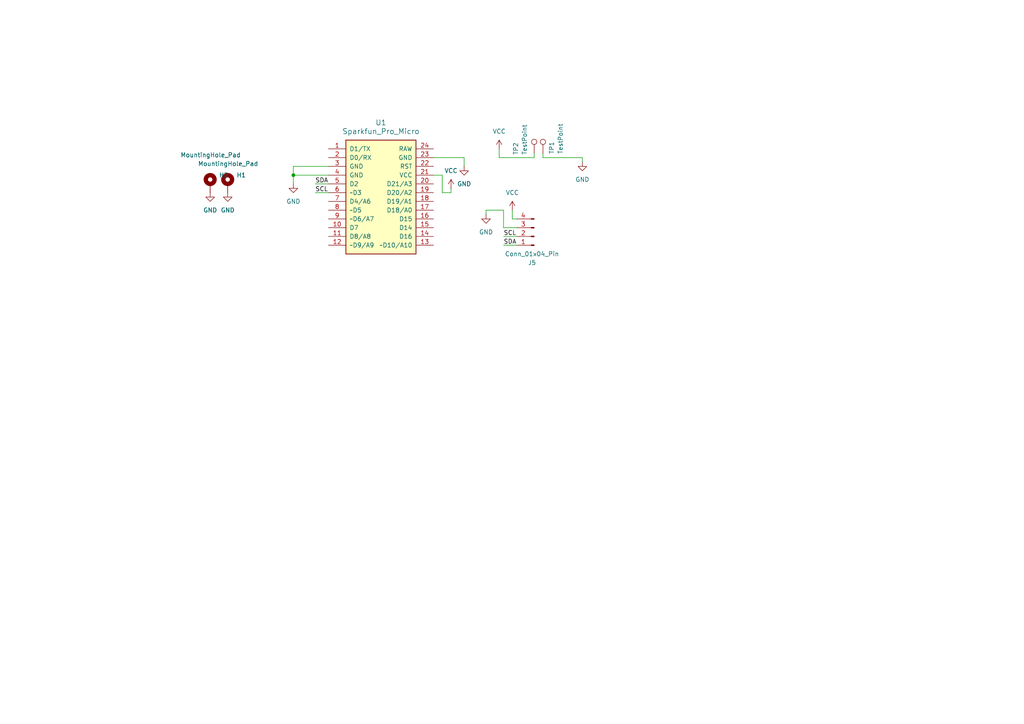
<source format=kicad_sch>
(kicad_sch (version 20231120) (generator "eeschema") (generator_version "8.0")
  (paper "A4")
  (lib_symbols
    (symbol "Arduino:Sparkfun_Pro_Micro" (pin_names (offset 1.016))
      (property "Reference" "U" (at -8.89 21.59 0))
      (property "Value" "Sparkfun_Pro_Micro" (at 0 19.05 0))
      (symbol "Sparkfun_Pro_Micro_0_1"
        (rectangle (start -10.16 17.78) (end 10.16 -15.24) (stroke (width 0.254)) (fill (type background)))
      )
      (symbol "Sparkfun_Pro_Micro_1_1"
        (pin bidirectional line (at -15.24 15.24 0) (length 5.08) (name "D1/TX") (number "1"))
        (pin bidirectional line (at -15.24 -7.62 0) (length 5.08) (name "D7") (number "10"))
        (pin bidirectional line (at -15.24 -10.16 0) (length 5.08) (name "D8/A8") (number "11"))
        (pin bidirectional line (at -15.24 -12.7 0) (length 5.08) (name "~D9/A9") (number "12"))
        (pin bidirectional line (at 15.24 -12.7 180) (length 5.08) (name "~D10/A10") (number "13"))
        (pin bidirectional line (at 15.24 -10.16 180) (length 5.08) (name "D16") (number "14"))
        (pin bidirectional line (at 15.24 -7.62 180) (length 5.08) (name "D14") (number "15"))
        (pin bidirectional line (at 15.24 -5.08 180) (length 5.08) (name "D15") (number "16"))
        (pin bidirectional line (at 15.24 -2.54 180) (length 5.08) (name "D18/A0") (number "17"))
        (pin bidirectional line (at 15.24 0 180) (length 5.08) (name "D19/A1") (number "18"))
        (pin bidirectional line (at 15.24 2.54 180) (length 5.08) (name "D20/A2") (number "19"))
        (pin bidirectional line (at -15.24 12.7 0) (length 5.08) (name "D0/RX") (number "2"))
        (pin bidirectional line (at 15.24 5.08 180) (length 5.08) (name "D21/A3") (number "20"))
        (pin power_in line (at 15.24 7.62 180) (length 5.08) (name "VCC") (number "21"))
        (pin input line (at 15.24 10.16 180) (length 5.08) (name "RST") (number "22"))
        (pin power_in line (at 15.24 12.7 180) (length 5.08) (name "GND") (number "23"))
        (pin power_in line (at 15.24 15.24 180) (length 5.08) (name "RAW") (number "24"))
        (pin power_in line (at -15.24 10.16 0) (length 5.08) (name "GND") (number "3"))
        (pin power_in line (at -15.24 7.62 0) (length 5.08) (name "GND") (number "4"))
        (pin bidirectional line (at -15.24 5.08 0) (length 5.08) (name "D2") (number "5"))
        (pin bidirectional line (at -15.24 2.54 0) (length 5.08) (name "~D3") (number "6"))
        (pin bidirectional line (at -15.24 0 0) (length 5.08) (name "D4/A6") (number "7"))
        (pin bidirectional line (at -15.24 -2.54 0) (length 5.08) (name "~D5") (number "8"))
        (pin bidirectional line (at -15.24 -5.08 0) (length 5.08) (name "~D6/A7") (number "9"))
      )
    )
    (symbol "Connector:Conn_01x04_Pin" (pin_names (offset 1.016) hide)
      (property "Reference" "J" (at 0 5.08 0))
      (property "Value" "Conn_01x04_Pin" (at 0 -7.62 0))
      (symbol "Conn_01x04_Pin_1_1"
        (polyline (pts (xy 1.27 -5.08) (xy 0.8636 -5.08)) (stroke (width 0.1524)))
        (polyline (pts (xy 1.27 -2.54) (xy 0.8636 -2.54)) (stroke (width 0.1524)))
        (polyline (pts (xy 1.27 0) (xy 0.8636 0)) (stroke (width 0.1524)))
        (polyline (pts (xy 1.27 2.54) (xy 0.8636 2.54)) (stroke (width 0.1524)))
        (rectangle (start 0.8636 -4.953) (end 0 -5.207) (stroke (width 0.1524)) (fill (type outline)))
        (rectangle (start 0.8636 -2.413) (end 0 -2.667) (stroke (width 0.1524)) (fill (type outline)))
        (rectangle (start 0.8636 0.127) (end 0 -0.127) (stroke (width 0.1524)) (fill (type outline)))
        (rectangle (start 0.8636 2.667) (end 0 2.413) (stroke (width 0.1524)) (fill (type outline)))
        (pin passive line (at 5.08 2.54 180) (length 3.81) (name "Pin_1") (number "1"))
        (pin passive line (at 5.08 0 180) (length 3.81) (name "Pin_2") (number "2"))
        (pin passive line (at 5.08 -2.54 180) (length 3.81) (name "Pin_3") (number "3"))
        (pin passive line (at 5.08 -5.08 180) (length 3.81) (name "Pin_4") (number "4"))
      )
    )
    (symbol "Connector:TestPoint" (pin_numbers hide) (pin_names (offset 0.762) hide)
      (property "Reference" "TP" (at 0 6.858 0))
      (property "Value" "TestPoint" (at 0 5.08 0))
      (symbol "TestPoint_0_1"
        (circle (center 0 3.302) (radius 0.762))
      )
      (symbol "TestPoint_1_1"
        (pin passive line (at 0 0 90) (length 2.54) (name "1") (number "1"))
      )
    )
    (symbol "GND_1" (power) (pin_numbers hide) (pin_names (offset 0) hide)
      (property "Value" "GND" (at 0 -3.81 0))
      (symbol "GND_1_0_1"
        (polyline (pts (xy 0 0) (xy 0 -1.27) (xy 1.27 -1.27) (xy 0 -2.54) (xy -1.27 -1.27) (xy 0 -1.27)))
      )
      (symbol "GND_1_1_1"
        (pin power_in line (at 0 0 270) (length 0) (name "~") (number "1"))
      )
    )
    (symbol "Mechanical:MountingHole_Pad" (pin_numbers hide) (pin_names (offset 1.016) hide) (exclude_from_sim yes) (in_bom no)
      (property "Reference" "H" (at 0 6.35 0))
      (property "Value" "MountingHole_Pad" (at 0 4.445 0))
      (symbol "MountingHole_Pad_0_1"
        (circle (center 0 1.27) (radius 1.27) (stroke (width 1.27)))
      )
      (symbol "MountingHole_Pad_1_1"
        (pin input line (at 0 -2.54 90) (length 2.54) (name "1") (number "1"))
      )
    )
    (symbol "power:VCC" (power) (pin_numbers hide) (pin_names (offset 0) hide)
      (property "Value" "VCC" (at 0 3.556 0))
      (symbol "VCC_0_1"
        (polyline (pts (xy -0.762 1.27) (xy 0 2.54)))
        (polyline (pts (xy 0 0) (xy 0 2.54)))
        (polyline (pts (xy 0 2.54) (xy 0.762 1.27)))
      )
      (symbol "VCC_1_1"
        (pin power_in line (at 0 0 90) (length 0) (name "~") (number "1"))
      )
    )
  )
  (junction (at 85.09 50.8))
  (wire (pts (xy 128.27 55.88) (xy 130.81 55.88)))
  (wire (pts (xy 148.59 63.5) (xy 148.59 60.96)))
  (wire (pts (xy 85.09 50.8) (xy 95.25 50.8)))
  (wire (pts (xy 157.48 45.72) (xy 168.91 45.72)))
  (wire (pts (xy 91.44 53.34) (xy 95.25 53.34)))
  (wire (pts (xy 85.09 53.34) (xy 85.09 50.8)))
  (wire (pts (xy 134.62 45.72) (xy 134.62 48.26)))
  (wire (pts (xy 95.25 48.26) (xy 85.09 48.26)))
  (wire (pts (xy 146.05 60.96) (xy 140.97 60.96)))
  (wire (pts (xy 140.97 60.96) (xy 140.97 62.23)))
  (wire (pts (xy 128.27 50.8) (xy 128.27 55.88)))
  (wire (pts (xy 146.05 71.12) (xy 149.86 71.12)))
  (wire (pts (xy 146.05 66.04) (xy 146.05 60.96)))
  (wire (pts (xy 154.94 44.45) (xy 154.94 45.72)))
  (wire (pts (xy 130.81 55.88) (xy 130.81 54.61)))
  (wire (pts (xy 125.73 50.8) (xy 128.27 50.8)))
  (wire (pts (xy 157.48 44.45) (xy 157.48 45.72)))
  (wire (pts (xy 154.94 45.72) (xy 144.78 45.72)))
  (wire (pts (xy 91.44 55.88) (xy 95.25 55.88)))
  (wire (pts (xy 125.73 45.72) (xy 134.62 45.72)))
  (wire (pts (xy 168.91 45.72) (xy 168.91 46.99)))
  (wire (pts (xy 144.78 45.72) (xy 144.78 43.18)))
  (wire (pts (xy 146.05 66.04) (xy 149.86 66.04)))
  (wire (pts (xy 146.05 68.58) (xy 149.86 68.58)))
  (wire (pts (xy 148.59 63.5) (xy 149.86 63.5)))
  (wire (pts (xy 85.09 48.26) (xy 85.09 50.8)))
  (label "SCL" (at 91.44 55.88 0))
  (label "SDA" (at 146.05 71.12 0))
  (label "SCL" (at 146.05 68.58 0))
  (label "SDA" (at 91.44 53.34 0))
  (symbol (lib_name "GND_1") (lib_id "power:GND") (at 140.97 62.23 0) (unit 1)
    (property "Reference" "#PWR012" (effects (hide yes)))
    (property "Value" "GND" (at 140.97 67.31 0))
    (property "Description" "Power symbol creates a global label with name \"GND\" , ground" (effects (hide yes)))
  )
  (symbol (lib_id "Connector:Conn_01x04_Pin") (at 154.94 68.58 180) (unit 1)
    (property "Reference" "J5" (at 154.305 76.2 0))
    (property "Value" "Conn_01x04_Pin" (at 154.305 73.66 0))
    (property "Footprint" "Connector_PinHeader_2.54mm:PinHeader_1x04_P2.54mm_Vertical" (effects (hide yes)))
    (property "Description" "Generic connector, single row, 01x04, script generated" (effects (hide yes)))
  )
  (symbol (lib_name "GND_1") (lib_id "power:GND") (at 168.91 46.99 0) (unit 1)
    (property "Reference" "#PWR02" (effects (hide yes)))
    (property "Value" "GND" (at 168.91 52.07 0))
    (property "Description" "Power symbol creates a global label with name \"GND\" , ground" (effects (hide yes)))
  )
  (symbol (lib_name "GND_1") (lib_id "power:GND") (at 60.96 55.88 0) (unit 1)
    (property "Reference" "#PWR06" (effects (hide yes)))
    (property "Value" "GND" (at 60.96 60.96 0))
    (property "Description" "Power symbol creates a global label with name \"GND\" , ground" (effects (hide yes)))
  )
  (symbol (lib_id "Connector:TestPoint") (at 157.48 44.45 0) (unit 1)
    (property "Reference" "TP1" (at 160.02 44.704 90) (effects (justify left)))
    (property "Value" "TestPoint" (at 162.56 44.704 90) (effects (justify left)))
    (property "Footprint" "Connector_Pin:Pin_D1.3mm_L11.0mm" (effects (hide yes)))
    (property "Description" "test point" (effects (hide yes)))
  )
  (symbol (lib_name "GND_1") (lib_id "power:GND") (at 66.04 55.88 0) (unit 1)
    (property "Reference" "#PWR07" (effects (hide yes)))
    (property "Value" "GND" (at 66.04 60.96 0))
    (property "Description" "Power symbol creates a global label with name \"GND\" , ground" (effects (hide yes)))
  )
  (symbol (lib_id "Mechanical:MountingHole_Pad") (at 66.04 53.34 0) (unit 1) (exclude_from_sim yes) (in_bom no)
    (property "Reference" "H1" (at 68.58 50.7999 0) (effects (justify left)))
    (property "Value" "MountingHole_Pad" (at 57.404 47.498 0) (effects (justify left)))
    (property "Footprint" "MountingHole:MountingHole_3.2mm_M3_DIN965_Pad" (effects (hide yes)))
    (property "Description" "Mounting Hole with connection" (effects (hide yes)))
  )
  (symbol (lib_id "Mechanical:MountingHole_Pad") (at 60.96 53.34 0) (unit 1) (exclude_from_sim yes) (in_bom no)
    (property "Reference" "H2" (at 63.5 50.7999 0) (effects (justify left)))
    (property "Value" "MountingHole_Pad" (at 52.324 44.958 0) (effects (justify left)))
    (property "Footprint" "MountingHole:MountingHole_3.2mm_M3_DIN965_Pad" (effects (hide yes)))
    (property "Description" "Mounting Hole with connection" (effects (hide yes)))
  )
  (symbol (lib_id "power:VCC") (at 148.59 60.96 0) (unit 1)
    (property "Reference" "#PWR09" (effects (hide yes)))
    (property "Value" "VCC" (at 148.59 55.88 0))
    (property "Description" "Power symbol creates a global label with name \"VCC\"" (effects (hide yes)))
  )
  (symbol (lib_id "power:VCC") (at 130.81 54.61 0) (unit 1)
    (property "Reference" "#PWR05" (effects (hide yes)))
    (property "Value" "VCC" (at 130.81 49.53 0))
    (property "Description" "Power symbol creates a global label with name \"VCC\"" (effects (hide yes)))
  )
  (symbol (lib_id "power:VCC") (at 144.78 43.18 0) (unit 1)
    (property "Reference" "#PWR01" (effects (hide yes)))
    (property "Value" "VCC" (at 144.78 38.1 0))
    (property "Description" "Power symbol creates a global label with name \"VCC\"" (effects (hide yes)))
  )
  (symbol (lib_name "GND_1") (lib_id "power:GND") (at 134.62 48.26 0) (unit 1)
    (property "Reference" "#PWR04" (effects (hide yes)))
    (property "Value" "GND" (at 134.62 53.34 0))
    (property "Description" "Power symbol creates a global label with name \"GND\" , ground" (effects (hide yes)))
  )
  (symbol (lib_id "Arduino:Sparkfun_Pro_Micro") (at 110.49 58.42 0) (unit 1)
    (property "Reference" "U1" (at 110.49 35.56 0) (effects (font (size 1.524 1.524))))
    (property "Value" "Sparkfun_Pro_Micro" (at 110.49 38.1 0) (effects (font (size 1.524 1.524))))
    (property "Footprint" "Arduino:Sparkfun_Pro_Micro" (effects (hide yes)))
    (property "Datasheet" "https://www.sparkfun.com/products/12640" (effects (hide yes)))
    (property "Description" "Sparkfun Pro Micro" (effects (hide yes)))
  )
  (symbol (lib_name "GND_1") (lib_id "power:GND") (at 85.09 53.34 0) (unit 1)
    (property "Reference" "#PWR03" (effects (hide yes)))
    (property "Value" "GND" (at 85.09 58.42 0))
    (property "Description" "Power symbol creates a global label with name \"GND\" , ground" (effects (hide yes)))
  )
  (symbol (lib_id "Connector:TestPoint") (at 154.94 44.45 0) (unit 1)
    (property "Reference" "TP2" (at 149.606 44.958 90) (effects (justify left)))
    (property "Value" "TestPoint" (at 152.146 44.958 90) (effects (justify left)))
    (property "Footprint" "Connector_Pin:Pin_D1.3mm_L11.0mm" (effects (hide yes)))
    (property "Description" "test point" (effects (hide yes)))
  )
)
</source>
